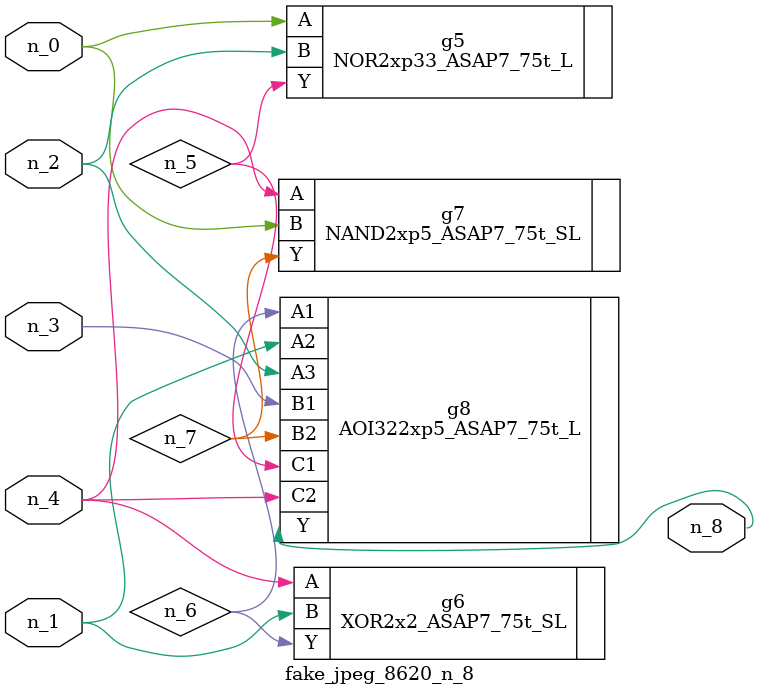
<source format=v>
module fake_jpeg_8620_n_8 (n_3, n_2, n_1, n_0, n_4, n_8);

input n_3;
input n_2;
input n_1;
input n_0;
input n_4;

output n_8;

wire n_6;
wire n_5;
wire n_7;

NOR2xp33_ASAP7_75t_L g5 ( 
.A(n_0),
.B(n_2),
.Y(n_5)
);

XOR2x2_ASAP7_75t_SL g6 ( 
.A(n_4),
.B(n_1),
.Y(n_6)
);

NAND2xp5_ASAP7_75t_SL g7 ( 
.A(n_4),
.B(n_0),
.Y(n_7)
);

AOI322xp5_ASAP7_75t_L g8 ( 
.A1(n_6),
.A2(n_1),
.A3(n_2),
.B1(n_3),
.B2(n_7),
.C1(n_5),
.C2(n_4),
.Y(n_8)
);


endmodule
</source>
